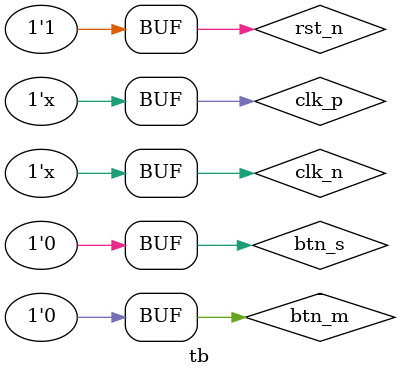
<source format=v>
`timescale 1ns / 1ps


module tb();
reg             clk_p,clk_n;
reg             rst_n;
reg             btn_m,btn_s;
wire            vga_hs,vga_vs;
wire    [11:0]  vga_rgb;
wire    [6:0]   hex;
wire    [7:0]   select;
initial begin
    clk_p   =   1'b0;
    clk_n   =   1'b1;
    rst_n   =   1'b0;
    btn_m   =   1'b0;
    btn_s   =   1'b0;
#1000   
    rst_n   =   1'b1;
#10000
    btn_s   =   1'b1;
#1000    
    btn_s   =   1'b0;
#1000
    btn_m   =   1'b1;
#1000    
    btn_m   =   1'b0;                    
end
always # 2.5    clk_p = ~ clk_p;
always # 2.5    clk_n = ~ clk_n;
flappy  top(
              .sys_clk(clk_n),//ÏµÍ³Ê±ÖÓ100MHz
              //.sys_clk_p(clk_p),  
              .sys_rstn(rst_n),//Íâ²¿¸´Î»°´¼ü
              .btn_m(btn_m),               //¿ØÖÆÐ¡ÄñÒÆ¶¯°´¼ü£¬µÍµçÆ½up¸ßµçÆ½down
              .btn_s(btn_s),
              .vga_hs(vga_hs),//ÐÐÍ¬²½
              .vga_vs(vga_vs),//³¡Í¬²½
              .vga_rgb(vga_rgb),//rgb444
              .oData(hex),//Æß¶ÎÊýÂë¹ÜÏÔÊ¾Êý¾Ý
              .select(select));//Æß¶ÎÊýÂë¹ÜÆ¬Ñ¡ÐÅºÅ

endmodule

</source>
